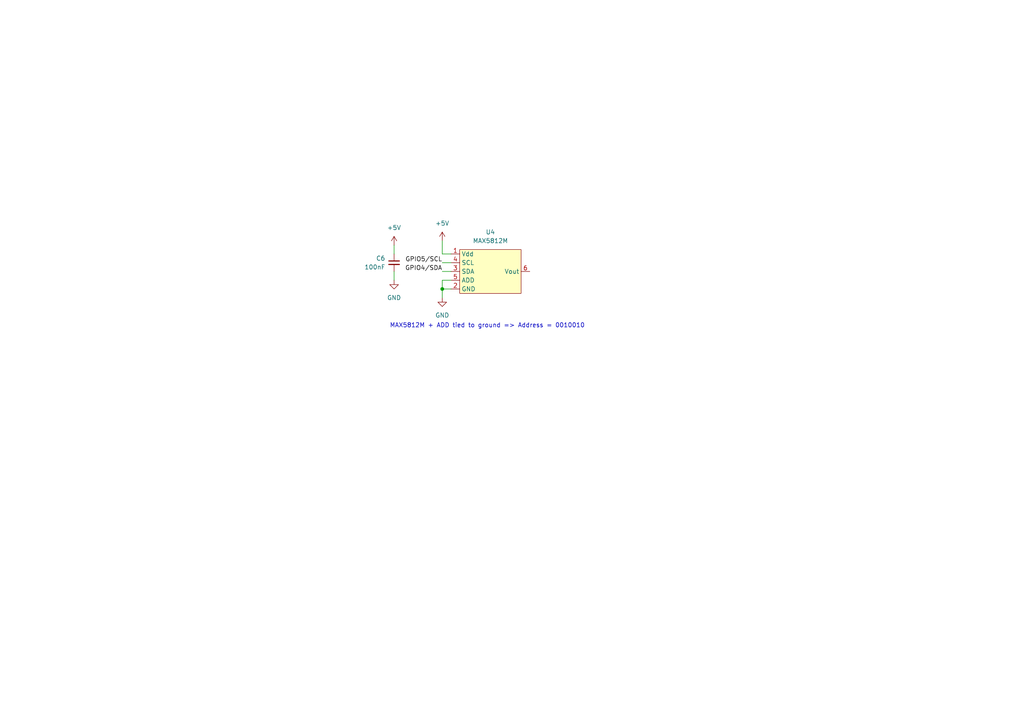
<source format=kicad_sch>
(kicad_sch (version 20211123) (generator eeschema)
  (paper "A4")
  (lib_symbols
    (symbol "Device:C_Small" (pin_numbers hide) (pin_names (offset 0.254) hide)
      (property "Reference" "C" (at 0.254 1.778 0))
      (property "Value" "C_Small" (at 0.254 -2.032 0))
      (symbol "C_Small_0_1"
        (polyline (pts (xy -1.524 -0.508) (xy 1.524 -0.508)) (stroke (width 0.3302)))
        (polyline (pts (xy -1.524 0.508) (xy 1.524 0.508)) (stroke (width 0.3048)))
      )
      (symbol "C_Small_1_1"
        (pin passive line (at 0 2.54 270) (length 2.032) (name "~") (number "1"))
        (pin passive line (at 0 -2.54 90) (length 2.032) (name "~") (number "2"))
      )
    )
    (symbol "cert-board-lib:MAX5812"
      (property "Reference" "U" (at -7.62 7.62 0))
      (property "Value" "MAX5812" (at 3.81 7.62 0))
      (symbol "MAX5812_0_1"
        (rectangle (start -8.89 6.35) (end 8.89 -6.35) (fill (type background)))
      )
      (symbol "MAX5812_1_1"
        (pin power_in line (at -11.43 5.08 0) (length 2.54) (name "Vdd") (number "1"))
        (pin power_in line (at -11.43 -5.08 0) (length 2.54) (name "GND") (number "2"))
        (pin bidirectional line (at -11.43 0 0) (length 2.54) (name "SDA") (number "3"))
        (pin input line (at -11.43 2.54 0) (length 2.54) (name "SCL") (number "4"))
        (pin passive line (at -11.43 -2.54 0) (length 2.54) (name "ADD") (number "5"))
        (pin output line (at 11.43 0 180) (length 2.54) (name "Vout") (number "6"))
      )
    )
    (symbol "power:+5V" (power) (pin_names (offset 0))
      (property "Value" "+5V" (at 0 3.556 0))
      (symbol "+5V_0_1"
        (polyline (pts (xy -0.762 1.27) (xy 0 2.54)))
        (polyline (pts (xy 0 0) (xy 0 2.54)))
        (polyline (pts (xy 0 2.54) (xy 0.762 1.27)))
      )
      (symbol "+5V_1_1"
        (pin power_in line (at 0 0 90) (length 0) hide (name "+5V") (number "1"))
      )
    )
    (symbol "power:GND" (power) (pin_names (offset 0))
      (property "Value" "GND" (at 0 -3.81 0))
      (symbol "GND_0_1"
        (polyline (pts (xy 0 0) (xy 0 -1.27) (xy 1.27 -1.27) (xy 0 -2.54) (xy -1.27 -1.27) (xy 0 -1.27)))
      )
      (symbol "GND_1_1"
        (pin power_in line (at 0 0 270) (length 0) hide (name "GND") (number "1"))
      )
    )
  )
  (junction (at 128.27 83.82))
  (wire (pts (xy 128.27 69.85) (xy 128.27 73.66)))
  (wire (pts (xy 128.27 78.74) (xy 130.81 78.74)))
  (wire (pts (xy 128.27 86.36) (xy 128.27 83.82)))
  (wire (pts (xy 114.3 78.74) (xy 114.3 81.28)))
  (wire (pts (xy 128.27 73.66) (xy 130.81 73.66)))
  (wire (pts (xy 128.27 76.2) (xy 130.81 76.2)))
  (wire (pts (xy 128.27 83.82) (xy 130.81 83.82)))
  (wire (pts (xy 114.3 71.12) (xy 114.3 73.66)))
  (wire (pts (xy 128.27 81.28) (xy 130.81 81.28)))
  (wire (pts (xy 128.27 83.82) (xy 128.27 81.28)))
  (text "MAX5812M + ADD tied to ground => Address = 0010010" (at 113.03 95.25 0) (effects (font (size 1.27 1.27)) (justify left bottom)))
  (label "GPIO4{slash}SDA" (at 128.27 78.74 180))
  (label "GPIO5{slash}SCL" (at 128.27 76.2 180))
  (symbol (lib_id "power:GND") (at 114.3 81.28 0) (unit 1)
    (property "Reference" "#PWR0103" (effects hide))
    (property "Value" "GND" (at 114.3 86.36 0))
  )
  (symbol (lib_id "power:+5V") (at 114.3 71.12 0) (unit 1)
    (property "Reference" "#PWR0102" (effects hide))
    (property "Value" "+5V" (at 114.3 66.04 0))
  )
  (symbol (lib_id "power:GND") (at 128.27 86.36 0) (unit 1)
    (property "Reference" "#PWR0101" (effects hide))
    (property "Value" "GND" (at 128.27 91.44 0))
  )
  (symbol (lib_id "Device:C_Small") (at 114.3 76.2 0) (unit 1)
    (property "Reference" "C6" (at 111.76 74.9362 0) (effects (justify right)))
    (property "Value" "100nF" (at 111.76 77.4762 0) (effects (justify right)))
    (property "Footprint" "Capacitor_SMD:C_0603_1608Metric" (effects hide))
    (property "PN" "FG28X5R1E475KRT06" (effects hide))
    (property "LCSC" "C14663" (effects hide))
  )
  (symbol (lib_id "power:+5V") (at 128.27 69.85 0) (unit 1)
    (property "Reference" "#PWR0104" (effects hide))
    (property "Value" "+5V" (at 128.27 64.77 0))
  )
  (symbol (lib_id "cert-board-lib:MAX5812") (at 142.24 78.74 0) (unit 1)
    (property "Reference" "U4" (at 142.24 67.31 0))
    (property "Value" "MAX5812M" (at 142.24 69.85 0))
    (property "Footprint" "Package_TO_SOT_SMD:SOT-23-6" (effects hide))
  )
)
</source>
